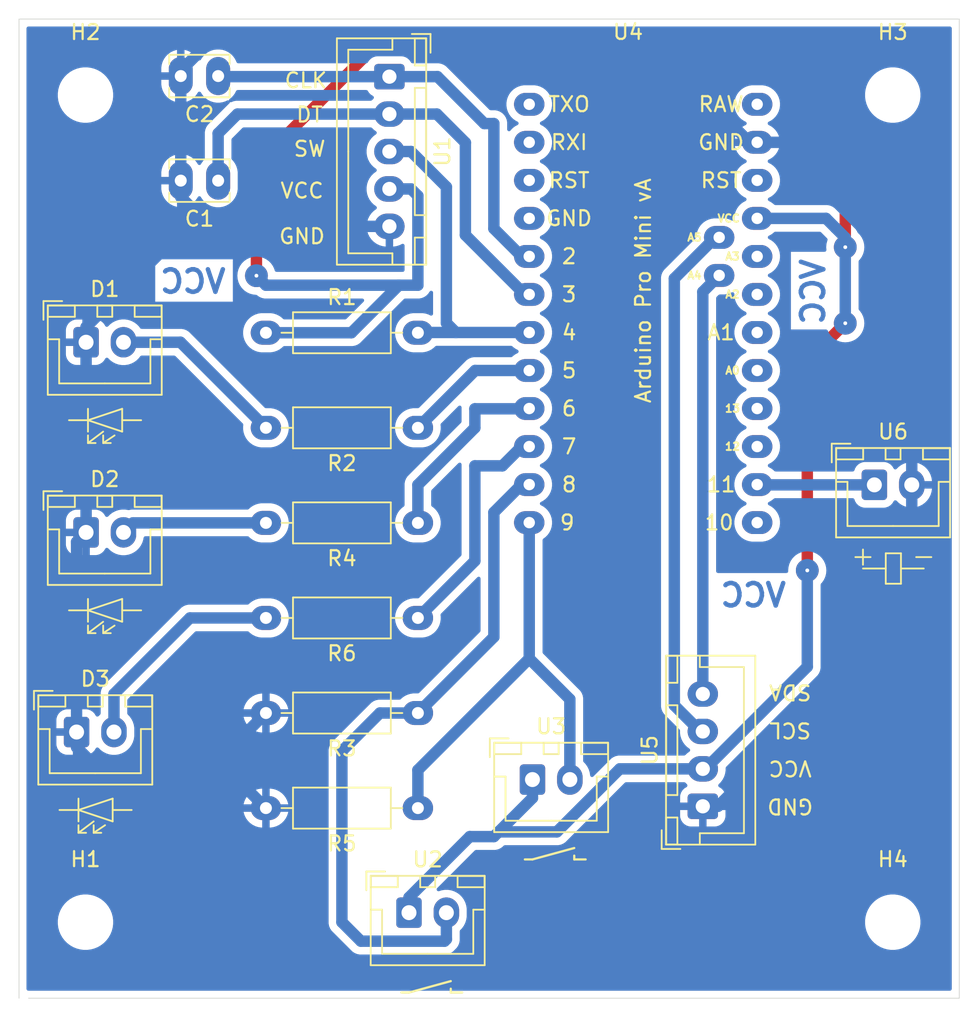
<source format=kicad_pcb>
(kicad_pcb (version 20240108) (generator "pcbnew") (generator_version "8.0")
  (layers (0 "F.Cu" signal) (31 "B.Cu" signal) (34 "B.Paste" user) (35 "F.Paste" user) (36 "B.SilkS" user "B.Silkscreen") (37 "F.SilkS" user "F.Silkscreen") (38 "B.Mask" user) (39 "F.Mask" user) (44 "Edge.Cuts" user))
  (net 0 "")
  (net 1 "Net-(U1-DT)")
  (net 2 "GND")
  (net 3 "Net-(U1-CLK)")
  (net 4 "Net-(D1-A)")
  (net 5 "Net-(D2-A)")
  (net 6 "Net-(D3-A)")
  (net 7 "Net-(U1-SW)")
  (net 8 "+5V")
  (net 9 "Net-(U2-NO)")
  (net 10 "Net-(U3-NO)")
  (net 13 "Net-(U4-5)")
  (net 14 "Net-(U4-6)")
  (net 15 "Net-(U4-7)")
  (net 17 "Net-(U4-A4)")
  (net 18 "Net-(U4-A5)")
  (net 29 "Net-(U4-11)")
  (footprint "My_Misc:R_Axial_DIN0207_L6.3mm_D2.5mm_P10.16mm_Horizontal_large" (layer "F.Cu") (at 116.205 118.745 180)
    (property "Reference" "R5" (at 5.08 -2.37 0) (layer "F.SilkS"))
    (property "Value" "10k")
    (pad "1" thru_hole oval (at 0 0 180) (size 2.032 1.6) (drill 0.8) (layers "*.Cu" "*.Mask") (net 10 "Net-(U3-NO)"))
    (pad "2" thru_hole oval (at 10.16 0 180) (size 2.032 1.6) (drill 0.8) (layers "*.Cu" "*.Mask") (net 2 "GND"))
  )
  (footprint "My_Misc:R_Axial_DIN0207_L6.3mm_D2.5mm_P10.16mm_Horizontal_large" (layer "F.Cu") (at 116.205 112.395 180)
    (property "Reference" "R3" (at 5.08 -2.37 0) (layer "F.SilkS"))
    (property "Value" "10k")
    (pad "1" thru_hole oval (at 0 0 180) (size 2.032 1.6) (drill 0.8) (layers "*.Cu" "*.Mask") (net 9 "Net-(U2-NO)"))
    (pad "2" thru_hole oval (at 10.16 0 180) (size 2.032 1.6) (drill 0.8) (layers "*.Cu" "*.Mask") (net 2 "GND"))
  )
  (footprint "MountingHole:MountingHole_3.2mm_M3" (layer "F.Cu") (at 147.955 126.365)
    (property "Reference" "H4" (at 0 -4.2 0) (layer "F.SilkS"))
    (property "Value" "MountingHole")
    (pad "" np_thru_hole circle (at 0 0) (size 3.2 3.2) (drill 3.2) (layers "*.Cu" "*.Mask"))
  )
  (footprint "My_Headers:2-pin JST LED" (layer "F.Cu") (at 93.385 113.665)
    (property "Reference" "D3" (at 1.25 -3.55 0) (layer "F.SilkS"))
    (property "Value" "LED")
    (pad "1" thru_hole roundrect (at 0 0) (size 1.7 2.032) (drill 1) (layers "*.Cu" "*.Mask") (roundrect_rratio 0.147059) (net 2 "GND"))
    (pad "2" thru_hole oval (at 2.5 0) (size 1.7 2.032) (drill 1) (layers "*.Cu" "*.Mask") (net 6 "Net-(D3-A)"))
  )
  (footprint "My_Misc:R_Axial_DIN0207_L6.3mm_D2.5mm_P10.16mm_Horizontal_large" (layer "F.Cu") (at 116.205 106.045 180)
    (property "Reference" "R6" (at 5.08 -2.37 0) (layer "F.SilkS"))
    (property "Value" "330R")
    (pad "1" thru_hole oval (at 0 0 180) (size 2.032 1.6) (drill 0.8) (layers "*.Cu" "*.Mask") (net 15 "Net-(U4-7)"))
    (pad "2" thru_hole oval (at 10.16 0 180) (size 2.032 1.6) (drill 0.8) (layers "*.Cu" "*.Mask") (net 6 "Net-(D3-A)"))
  )
  (footprint "My_Misc:R_Axial_DIN0207_L6.3mm_D2.5mm_P10.16mm_Horizontal_large" (layer "F.Cu") (at 116.205 99.695 180)
    (property "Reference" "R4" (at 5.08 -2.37 0) (layer "F.SilkS"))
    (property "Value" "330R")
    (pad "1" thru_hole oval (at 0 0 180) (size 2.032 1.6) (drill 0.8) (layers "*.Cu" "*.Mask") (net 14 "Net-(U4-6)"))
    (pad "2" thru_hole oval (at 10.16 0 180) (size 2.032 1.6) (drill 0.8) (layers "*.Cu" "*.Mask") (net 5 "Net-(D2-A)"))
  )
  (footprint "My_Headers:2-pin JST LED" (layer "F.Cu") (at 94.02 100.33)
    (property "Reference" "D2" (at 1.25 -3.55 0) (layer "F.SilkS"))
    (property "Value" "LED")
    (pad "1" thru_hole roundrect (at 0 0) (size 1.7 2.032) (drill 1) (layers "*.Cu" "*.Mask") (roundrect_rratio 0.147059) (net 2 "GND"))
    (pad "2" thru_hole oval (at 2.5 0) (size 1.7 2.032) (drill 1) (layers "*.Cu" "*.Mask") (net 5 "Net-(D2-A)"))
  )
  (footprint "My_Headers:2-pin JST Switch" (layer "F.Cu") (at 123.865 116.84)
    (property "Reference" "U3" (at 1.25 -3.55 0) (layer "F.SilkS"))
    (property "Value" "Switch")
    (pad "1" thru_hole roundrect (at 0 0) (size 1.7 2.032) (drill 1) (layers "*.Cu" "*.Mask") (roundrect_rratio 0.147059) (net 8 "+5V"))
    (pad "2" thru_hole oval (at 2.5 0) (size 1.7 2.032) (drill 1) (layers "*.Cu" "*.Mask") (net 10 "Net-(U3-NO)"))
  )
  (footprint "MountingHole:MountingHole_3.2mm_M3" (layer "F.Cu") (at 93.98 71.12)
    (property "Reference" "H2" (at 0 -4.2 0) (layer "F.SilkS"))
    (property "Value" "MountingHole")
    (pad "" np_thru_hole circle (at 0 0) (size 3.2 3.2) (drill 3.2) (layers "*.Cu" "*.Mask"))
  )
  (footprint "My_Headers:4-pin JST SSD1306 I2C OLED Display" (layer "F.Cu") (at 135.255 118.625 90)
    (property "Reference" "U5" (at 3.75 -3.55 90) (layer "F.SilkS"))
    (property "Value" "SSD1306_I2C_display")
    (fp_text user "VCC" (at 2.54 5.842 180) (layer "F.SilkS"))
    (fp_text user "SCL" (at 5.08 5.842 180) (layer "F.SilkS"))
    (fp_text user "GND" (at 0 5.842 180) (layer "F.SilkS"))
    (fp_text user "SDA" (at 7.62 5.842 180) (layer "F.SilkS"))
    (pad "1" thru_hole roundrect (at 0 0 90) (size 1.7 2.032) (drill 0.95) (layers "*.Cu" "*.Mask") (roundrect_rratio 0.147059) (net 2 "GND"))
    (pad "2" thru_hole oval (at 2.5 0 90) (size 1.7 2.032) (drill 0.95) (layers "*.Cu" "*.Mask") (net 8 "+5V"))
    (pad "3" thru_hole oval (at 5 0 90) (size 1.7 2.032) (drill 0.95) (layers "*.Cu" "*.Mask") (net 18 "Net-(U4-A5)"))
    (pad "4" thru_hole oval (at 7.5 0 90) (size 1.7 2.032) (drill 0.95) (layers "*.Cu" "*.Mask") (net 17 "Net-(U4-A4)"))
  )
  (footprint "My_Misc:R_Axial_DIN0207_L6.3mm_D2.5mm_P10.16mm_Horizontal_large" (layer "F.Cu") (at 116.205 93.345 180)
    (property "Reference" "R2" (at 5.08 -2.37 0) (layer "F.SilkS"))
    (property "Value" "330R")
    (pad "1" thru_hole oval (at 0 0 180) (size 2.032 1.6) (drill 0.8) (layers "*.Cu" "*.Mask") (net 13 "Net-(U4-5)"))
    (pad "2" thru_hole oval (at 10.16 0 180) (size 2.032 1.6) (drill 0.8) (layers "*.Cu" "*.Mask") (net 4 "Net-(D1-A)"))
  )
  (footprint "My_Misc:C_Disc_D3.8mm_W2.6mm_P2.50mm_large" (layer "F.Cu") (at 102.85 76.835 180)
    (property "Reference" "C1" (at 1.25 -2.55 0) (layer "F.SilkS"))
    (property "Value" "0.47u")
    (pad "1" thru_hole oval (at 0 0 180) (size 1.6 2.54) (drill 0.8) (layers "*.Cu" "*.Mask") (net 1 "Net-(U1-DT)"))
    (pad "2" thru_hole oval (at 2.5 0 180) (size 1.6 2.54) (drill 0.8) (layers "*.Cu" "*.Mask") (net 2 "GND"))
  )
  (footprint "MountingHole:MountingHole_3.2mm_M3" (layer "F.Cu") (at 93.98 126.365)
    (property "Reference" "H1" (at 0 -4.2 0) (layer "F.SilkS"))
    (property "Value" "MountingHole")
    (pad "" np_thru_hole circle (at 0 0) (size 3.2 3.2) (drill 3.2) (layers "*.Cu" "*.Mask"))
  )
  (footprint "MountingHole:MountingHole_3.2mm_M3" (layer "F.Cu") (at 147.955 71.12)
    (property "Reference" "H3" (at 0 -4.2 0) (layer "F.SilkS"))
    (property "Value" "MountingHole")
    (pad "" np_thru_hole circle (at 0 0) (size 3.2 3.2) (drill 3.2) (layers "*.Cu" "*.Mask"))
  )
  (footprint "My_Headers:2-pin JST Switch" (layer "F.Cu") (at 115.61 125.73)
    (property "Reference" "U2" (at 1.25 -3.55 0) (layer "F.SilkS"))
    (property "Value" "Switch")
    (pad "1" thru_hole roundrect (at 0 0) (size 1.7 2.032) (drill 1) (layers "*.Cu" "*.Mask") (roundrect_rratio 0.147059) (net 8 "+5V"))
    (pad "2" thru_hole oval (at 2.5 0) (size 1.7 2.032) (drill 1) (layers "*.Cu" "*.Mask") (net 9 "Net-(U2-NO)"))
  )
  (footprint "My_Headers:5-pin JST Rotary Encoder" (layer "F.Cu") (at 114.3 69.89 -90)
    (property "Reference" "U1" (at 5 -3.55 90) (layer "F.SilkS"))
    (property "Value" "KY-040_Rotary_Encoder")
    (fp_text user "CLK" (at 0.254 5.588 0) (layer "F.SilkS"))
    (fp_text user "GND" (at 10.668 5.842 0) (layer "F.SilkS"))
    (fp_text user "SW" (at 4.826 5.334 0) (layer "F.SilkS"))
    (fp_text user "DT" (at 2.54 5.334 0) (layer "F.SilkS"))
    (fp_text user "VCC" (at 7.62 5.842 0) (layer "F.SilkS"))
    (pad "1" thru_hole roundrect (at 0 0 270) (size 1.7 2.032) (drill 0.95) (layers "*.Cu" "*.Mask") (roundrect_rratio 0.147059) (net 3 "Net-(U1-CLK)"))
    (pad "2" thru_hole oval (at 2.5 0 270) (size 1.7 2.032) (drill 0.95) (layers "*.Cu" "*.Mask") (net 1 "Net-(U1-DT)"))
    (pad "3" thru_hole oval (at 5 0 270) (size 1.7 2.032) (drill 0.95) (layers "*.Cu" "*.Mask") (net 7 "Net-(U1-SW)"))
    (pad "4" thru_hole oval (at 7.5 0 270) (size 1.7 2.032) (drill 0.95) (layers "*.Cu" "*.Mask") (net 8 "+5V"))
    (pad "5" thru_hole oval (at 10 0 270) (size 1.7 2.032) (drill 0.95) (layers "*.Cu" "*.Mask") (net 2 "GND"))
  )
  (footprint "My_Misc:C_Disc_D3.8mm_W2.6mm_P2.50mm_large" (layer "F.Cu") (at 102.85 69.85 180)
    (property "Reference" "C2" (at 1.25 -2.55 0) (layer "F.SilkS"))
    (property "Value" "0.47u")
    (pad "1" thru_hole oval (at 0 0 180) (size 1.6 2.54) (drill 0.8) (layers "*.Cu" "*.Mask") (net 3 "Net-(U1-CLK)"))
    (pad "2" thru_hole oval (at 2.5 0 180) (size 1.6 2.54) (drill 0.8) (layers "*.Cu" "*.Mask") (net 2 "GND"))
  )
  (footprint "My_Misc:R_Axial_DIN0207_L6.3mm_D2.5mm_P10.16mm_Horizontal_large" (layer "F.Cu") (at 106.045 86.995)
    (property "Reference" "R1" (at 5.08 -2.37 0) (layer "F.SilkS"))
    (property "Value" "10k")
    (pad "1" thru_hole oval (at 0 0) (size 2.032 1.6) (drill 0.8) (layers "*.Cu" "*.Mask") (net 8 "+5V"))
    (pad "2" thru_hole oval (at 10.16 0) (size 2.032 1.6) (drill 0.8) (layers "*.Cu" "*.Mask") (net 7 "Net-(U1-SW)"))
  )
  (footprint "My_Headers:2-pin JST LED" (layer "F.Cu") (at 94.02 87.63)
    (property "Reference" "D1" (at 1.25 -3.55 0) (layer "F.SilkS"))
    (property "Value" "LED")
    (pad "1" thru_hole roundrect (at 0 0) (size 1.7 2.032) (drill 1) (layers "*.Cu" "*.Mask") (roundrect_rratio 0.147059) (net 2 "GND"))
    (pad "2" thru_hole oval (at 2.5 0) (size 1.7 2.032) (drill 1) (layers "*.Cu" "*.Mask") (net 4 "Net-(D1-A)"))
  )
  (footprint "My_Headers:2-pin JST SSR" (layer "F.Cu") (at 146.725 97.155)
    (property "Reference" "U6" (at 1.25 -3.55 0) (layer "F.SilkS"))
    (property "Value" "SSR_Relay")
    (pad "1" thru_hole roundrect (at 0 0) (size 1.7 2.032) (drill 1) (layers "*.Cu" "*.Mask") (roundrect_rratio 0.147059) (net 29 "Net-(U4-11)"))
    (pad "2" thru_hole oval (at 2.5 0) (size 1.7 2.032) (drill 1) (layers "*.Cu" "*.Mask") (net 2 "GND"))
  )
  (footprint "My_Arduino:Arduino_Pro_Mini_vA_sides_n_A4,A5_large" (layer "F.Cu") (at 123.65 71.737)
    (property "Reference" "U4" (at 6.604 -4.826 0) (layer "F.SilkS"))
    (property "Value" "Arduino_Mini_Pro")
    (fp_text user "RAW" (at 12.827 0 0) (layer "F.SilkS"))
    (fp_text user "A1" (at 12.827 15.24 0) (layer "F.SilkS"))
    (fp_text user "6" (at 2.667 20.32 0) (layer "F.SilkS"))
    (fp_text user "11" (at 12.827 25.4 0) (layer "F.SilkS"))
    (fp_text user "7" (at 2.667 22.86 0) (layer "F.SilkS"))
    (fp_text user "9" (at 2.54 27.94 0) (layer "F.SilkS"))
    (fp_text user "A3" (at 13.589 10.16 0) (layer "F.SilkS") (effects (font (size 0.508 0.508) (thickness 0.127))))
    (fp_text user "RST" (at 12.827 5.08 0) (layer "F.SilkS"))
    (fp_text user "GND" (at 2.667 7.62 0) (layer "F.SilkS"))
    (fp_text user "TXO" (at 2.667 0 0) (layer "F.SilkS"))
    (fp_text user "3" (at 2.667 12.7 0) (layer "F.SilkS"))
    (fp_text user "VCC" (at 13.335 7.62 0) (layer "F.SilkS") (effects (font (size 0.508 0.508) (thickness 0.127))))
    (fp_text user "GND" (at 12.827 2.54 0) (layer "F.SilkS"))
    (fp_text user "A4" (at 11.049 11.43 0) (layer "F.SilkS") (effects (font (size 0.508 0.508) (thickness 0.127))))
    (fp_text user "Arduino Pro Mini vA" (at 7.62 12.446 -90) (layer "F.SilkS"))
    (fp_text user "12" (at 13.589 22.86 0) (layer "F.SilkS") (effects (font (size 0.508 0.508) (thickness 0.127))))
    (fp_text user "A2" (at 13.589 12.7 0) (layer "F.SilkS") (effects (font (size 0.508 0.508) (thickness 0.127))))
    (fp_text user "4" (at 2.667 15.24 0) (layer "F.SilkS"))
    (fp_text user "A5" (at 11.049 8.89 0) (layer "F.SilkS") (effects (font (size 0.508 0.508) (thickness 0.127))))
    (fp_text user "2" (at 2.667 10.16 0) (layer "F.SilkS"))
    (fp_text user "5" (at 2.667 17.78 0) (layer "F.SilkS"))
    (fp_text user "RST" (at 2.667 5.08 0) (layer "F.SilkS"))
    (fp_text user "A0" (at 13.589 17.78 0) (layer "F.SilkS") (effects (font (size 0.508 0.508) (thickness 0.127))))
    (fp_text user "RXI" (at 2.667 2.54 0) (layer "F.SilkS"))
    (fp_text user "8" (at 2.667 25.4 0) (layer "F.SilkS"))
    (fp_text user "10" (at 12.7 27.94 0) (layer "F.SilkS"))
    (fp_text user "13" (at 13.589 20.32 0) (layer "F.SilkS") (effects (font (size 0.508 0.508) (thickness 0.127))))
    (pad "1" thru_hole oval (at 0 0) (size 2.032 1.524) (drill 0.762) (layers "*.Cu" "*.Mask"))
    (pad "2" thru_hole oval (at 0 2.54) (size 2.032 1.524) (drill 0.762) (layers "*.Cu" "*.Mask"))
    (pad "3" thru_hole oval (at 0 5.08) (size 2.032 1.524) (drill 0.762) (layers "*.Cu" "*.Mask"))
    (pad "4" thru_hole oval (at 0 7.62) (size 2.032 1.524) (drill 0.762) (layers "*.Cu" "*.Mask"))
    (pad "5" thru_hole oval (at 0 10.16) (size 2.032 1.524) (drill 0.762) (layers "*.Cu" "*.Mask") (net 3 "Net-(U1-CLK)"))
    (pad "6" thru_hole oval (at 0 12.7) (size 2.032 1.524) (drill 0.762) (layers "*.Cu" "*.Mask") (net 1 "Net-(U1-DT)"))
    (pad "7" thru_hole oval (at 0 15.24) (size 2.032 1.524) (drill 0.762) (layers "*.Cu" "*.Mask") (net 7 "Net-(U1-SW)"))
    (pad "8" thru_hole oval (at 0 17.78) (size 2.032 1.524) (drill 0.762) (layers "*.Cu" "*.Mask") (net 13 "Net-(U4-5)"))
    (pad "9" thru_hole oval (at 0 20.32) (size 2.032 1.524) (drill 0.762) (layers "*.Cu" "*.Mask") (net 14 "Net-(U4-6)"))
    (pad "10" thru_hole oval (at 0 22.86) (size 2.032 1.524) (drill 0.762) (layers "*.Cu" "*.Mask") (net 15 "Net-(U4-7)"))
    (pad "11" thru_hole oval (at 0 25.4) (size 2.032 1.524) (drill 0.762) (layers "*.Cu" "*.Mask") (net 9 "Net-(U2-NO)"))
    (pad "12" thru_hole oval (at 0 27.94) (size 2.032 1.524) (drill 0.762) (layers "*.Cu" "*.Mask") (net 10 "Net-(U3-NO)"))
    (pad "13" thru_hole oval (at 15.24 0) (size 2.032 1.524) (drill 0.762) (layers "*.Cu" "*.Mask"))
    (pad "14" thru_hole oval (at 15.24 2.54) (size 2.032 1.524) (drill 0.762) (layers "*.Cu" "*.Mask") (net 2 "GND"))
    (pad "15" thru_hole oval (at 15.24 5.08) (size 2.032 1.524) (drill 0.762) (layers "*.Cu" "*.Mask"))
    (pad "16" thru_hole oval (at 15.24 7.62) (size 2.032 1.524) (drill 0.762) (layers "*.Cu" "*.Mask") (net 8 "+5V"))
    (pad "17" thru_hole oval (at 15.24 10.16) (size 2.032 1.524) (drill 0.762) (layers "*.Cu" "*.Mask"))
    (pad "18" thru_hole oval (at 15.24 12.7) (size 2.032 1.524) (drill 0.762) (layers "*.Cu" "*.Mask"))
    (pad "19" thru_hole oval (at 15.24 15.24) (size 2.032 1.524) (drill 0.762) (layers "*.Cu" "*.Mask"))
    (pad "20" thru_hole oval (at 15.24 17.78) (size 2.032 1.524) (drill 0.762) (layers "*.Cu" "*.Mask"))
    (pad "21" thru_hole oval (at 15.24 20.32) (size 2.032 1.524) (drill 0.762) (layers "*.Cu" "*.Mask"))
    (pad "22" thru_hole oval (at 15.24 22.86) (size 2.032 1.524) (drill 0.762) (layers "*.Cu" "*.Mask"))
    (pad "23" thru_hole oval (at 15.24 25.4) (size 2.032 1.524) (drill 0.762) (layers "*.Cu" "*.Mask") (net 29 "Net-(U4-11)"))
    (pad "24" thru_hole oval (at 15.24 27.94) (size 2.032 1.524) (drill 0.762) (layers "*.Cu" "*.Mask"))
    (pad "25" thru_hole oval (at 12.7 11.43) (size 2.032 1.524) (drill 0.762) (layers "*.Cu" "*.Mask") (net 17 "Net-(U4-A4)"))
    (pad "26" thru_hole oval (at 12.7 8.89) (size 2.032 1.524) (drill 0.762) (layers "*.Cu" "*.Mask") (net 18 "Net-(U4-A5)"))
  )
  (gr_line (start 89.535 66.04) (end 152.4 66.04) (stroke (width 0.05)) (layer "Edge.Cuts"))
  (gr_line (start 152.4 131.445) (end 152.4 66.04) (stroke (width 0.05)) (layer "Edge.Cuts"))
  (gr_line (start 89.535 131.445) (end 89.535 66.04) (stroke (width 0.05)) (layer "Edge.Cuts"))
  (gr_line (start 152.4 131.445) (end 90.17 131.445) (stroke (width 0.05)) (layer "Edge.Cuts"))
  (gr_text "VCC" (at 143.51 81.915 90) (layer "B.Cu") (effects (font (size 1.5 1.5) (thickness 0.3) (bold yes)) (justify left bottom mirror)))
  (gr_text "VCC" (at 140.97 105.41 0) (layer "B.Cu") (effects (font (size 1.5 1.5) (thickness 0.3) (bold yes)) (justify left bottom mirror)))
  (gr_text "VCC" (at 103.505 84.455 0) (layer "B.Cu") (effects (font (size 1.5 1.5) (thickness 0.3) (bold yes)) (justify left bottom mirror)))
  (segment (start 119.38 80.469867) (end 119.38 74.295) (width 0.762) (layer "B.Cu") (net 1))
  (segment (start 119.38 74.295) (end 117.475 72.39) (width 0.762) (layer "B.Cu") (net 1))
  (segment (start 102.85 73.68) (end 102.85 76.835) (width 0.762) (layer "B.Cu") (net 1))
  (segment (start 104.14 72.39) (end 102.85 73.68) (width 0.762) (layer "B.Cu") (net 1))
  (segment (start 114.3 72.39) (end 104.14 72.39) (width 0.762) (layer "B.Cu") (net 1))
  (segment (start 123.347133 84.437) (end 119.38 80.469867) (width 0.762) (layer "B.Cu") (net 1))
  (segment (start 123.65 84.437) (end 123.347133 84.437) (width 0.762) (layer "B.Cu") (net 1))
  (segment (start 117.475 72.39) (end 114.3 72.39) (width 0.762) (layer "B.Cu") (net 1))
  (segment (start 94.02 87.63) (end 94.02 86.614) (width 0.762) (layer "B.Cu") (net 2))
  (segment (start 94.02 86.614) (end 100.744 79.89) (width 0.762) (layer "B.Cu") (net 2))
  (segment (start 149.225 97.155) (end 149.225 79.229133) (width 0.762) (layer "B.Cu") (net 2))
  (segment (start 93.385 114.681) (end 93.385 113.665) (width 0.762) (layer "B.Cu") (net 2))
  (segment (start 96.52 116.205) (end 94.909 116.205) (width 0.762) (layer "B.Cu") (net 2))
  (segment (start 100.35 69.491393) (end 100.35 69.85) (width 0.762) (layer "B.Cu") (net 2))
  (segment (start 102.150393 67.691) (end 100.35 69.491393) (width 0.762) (layer "B.Cu") (net 2))
  (segment (start 131.796 67.691) (end 102.150393 67.691) (width 0.762) (layer "B.Cu") (net 2))
  (segment (start 100.35 76.835) (end 100.35 69.85) (width 0.762) (layer "B.Cu") (net 2))
  (segment (start 149.225 105.671) (end 149.225 97.155) (width 0.762) (layer "B.Cu") (net 2))
  (segment (start 102.87 115.57) (end 97.155 115.57) (width 0.762) (layer "B.Cu") (net 2))
  (segment (start 100.35 77.927) (end 100.35 76.835) (width 0.762) (layer "B.Cu") (net 2))
  (segment (start 138.89 74.277) (end 138.382 74.277) (width 0.762) (layer "B.Cu") (net 2))
  (segment (start 114.3 79.89) (end 102.313 79.89) (width 0.762) (layer "B.Cu") (net 2))
  (segment (start 136.271 118.625) (end 149.225 105.671) (width 0.762) (layer "B.Cu") (net 2))
  (segment (start 138.382 74.277) (end 131.796 67.691) (width 0.762) (layer "B.Cu") (net 2))
  (segment (start 93.385 100.965) (end 94.02 100.33) (width 0.762) (layer "B.Cu") (net 2))
  (segment (start 149.225 79.229133) (end 144.272867 74.277) (width 0.762) (layer "B.Cu") (net 2))
  (segment (start 135.255 118.625) (end 136.271 118.625) (width 0.762) (layer "B.Cu") (net 2))
  (segment (start 106.045 118.745) (end 102.87 115.57) (width 0.762) (layer "B.Cu") (net 2))
  (segment (start 100.744 79.89) (end 102.313 79.89) (width 0.762) (layer "B.Cu") (net 2))
  (segment (start 93.385 113.665) (end 93.385 100.965) (width 0.762) (layer "B.Cu") (net 2))
  (segment (start 106.045 112.395) (end 102.87 115.57) (width 0.762) (layer "B.Cu") (net 2))
  (segment (start 94.02 100.33) (end 94.02 87.63) (width 0.762) (layer "B.Cu") (net 2))
  (segment (start 97.155 115.57) (end 96.52 116.205) (width 0.762) (layer "B.Cu") (net 2))
  (segment (start 144.272867 74.277) (end 138.89 74.277) (width 0.762) (layer "B.Cu") (net 2))
  (segment (start 102.313 79.89) (end 100.35 77.927) (width 0.762) (layer "B.Cu") (net 2))
  (segment (start 94.909 116.205) (end 93.385 114.681) (width 0.762) (layer "B.Cu") (net 2))
  (segment (start 121.285 73.025) (end 120.65 73.025) (width 0.762) (layer "B.Cu") (net 3))
  (segment (start 120.65 73.025) (end 117.515 69.89) (width 0.762) (layer "B.Cu") (net 3))
  (segment (start 123.65 81.897) (end 123.142 81.897) (width 0.762) (layer "B.Cu") (net 3))
  (segment (start 117.515 69.89) (end 114.3 69.89) (width 0.762) (layer "B.Cu") (net 3))
  (segment (start 102.89 69.89) (end 102.85 69.85) (width 0.762) (layer "B.Cu") (net 3))
  (segment (start 114.3 69.89) (end 102.89 69.89) (width 0.762) (layer "B.Cu") (net 3))
  (segment (start 123.142 81.897) (end 121.285 80.04) (width 0.762) (layer "B.Cu") (net 3))
  (segment (start 121.285 80.04) (end 121.285 73.025) (width 0.762) (layer "B.Cu") (net 3))
  (segment (start 96.52 87.63) (end 100.33 87.63) (width 0.762) (layer "B.Cu") (net 4))
  (segment (start 100.33 87.63) (end 106.045 93.345) (width 0.762) (layer "B.Cu") (net 4))
  (segment (start 96.52 100.33) (end 97.155 99.695) (width 0.762) (layer "B.Cu") (net 5))
  (segment (start 97.155 99.695) (end 106.045 99.695) (width 0.762) (layer "B.Cu") (net 5))
  (segment (start 95.885 113.665) (end 95.885 111.125) (width 0.762) (layer "B.Cu") (net 6))
  (segment (start 100.965 106.045) (end 106.045 106.045) (width 0.762) (layer "B.Cu") (net 6))
  (segment (start 95.885 111.125) (end 100.965 106.045) (width 0.762) (layer "B.Cu") (net 6))
  (segment (start 123.65 86.977) (end 118.745 86.977) (width 0.762) (layer "B.Cu") (net 7))
  (segment (start 118.11 86.342) (end 118.745 86.977) (width 0.762) (layer "B.Cu") (net 7))
  (segment (start 118.11 77.254) (end 118.11 86.342) (width 0.762) (layer "B.Cu") (net 7))
  (segment (start 118.745 86.977) (end 116.223 86.977) (width 0.762) (layer "B.Cu") (net 7))
  (segment (start 114.3 74.89) (end 115.746 74.89) (width 0.762) (layer "B.Cu") (net 7))
  (segment (start 116.223 86.977) (end 116.205 86.995) (width 0.762) (layer "B.Cu") (net 7))
  (segment (start 115.746 74.89) (end 118.11 77.254) (width 0.762) (layer "B.Cu") (net 7))
  (segment (start 113.896284 67.31) (end 105.41 75.796284) (width 0.762) (layer "F.Cu") (net 8))
  (segment (start 142.24 88.9) (end 144.78 86.36) (width 0.762) (layer "F.Cu") (net 8))
  (segment (start 142.24 102.87) (end 142.24 88.9) (width 0.762) (layer "F.Cu") (net 8))
  (segment (start 105.41 75.796284) (end 105.41 83.185) (width 0.762) (layer "F.Cu") (net 8))
  (segment (start 144.78 81.28) (end 144.78 74.784133) (width 0.762) (layer "F.Cu") (net 8))
  (segment (start 144.78 74.784133) (end 137.305867 67.31) (width 0.762) (layer "F.Cu") (net 8))
  (segment (start 137.305867 67.31) (end 113.896284 67.31) (width 0.762) (layer "F.Cu") (net 8))
  (via (at 142.24 102.87) (size 1.524) (drill 0.254) (layers "F.Cu" "B.Cu") (net 8))
  (via (at 144.78 86.36) (size 1.524) (drill 0.254) (layers "F.Cu" "B.Cu") (net 8))
  (via (at 105.41 83.185) (size 1.524) (drill 0.254) (layers "F.Cu" "B.Cu") (net 8))
  (via (at 144.78 81.28) (size 1.524) (drill 0.254) (layers "F.Cu" "B.Cu") (net 8))
  (segment (start 115.746 77.39) (end 116.205 77.849) (width 0.762) (layer "B.Cu") (net 8))
  (segment (start 116.205 83.82) (end 114.935 83.82) (width 0.762) (layer "B.Cu") (net 8))
  (segment (start 121.285 120.65) (end 121.6025 120.3325) (width 0.762) (layer "B.Cu") (net 8))
  (segment (start 138.89 79.357) (end 143.492 79.357) (width 0.762) (layer "B.Cu") (net 8))
  (segment (start 135.421 116.125) (end 142.24 109.306) (width 0.762) (layer "B.Cu") (net 8))
  (segment (start 115.61 125.73) (end 115.61 124.714) (width 0.762) (layer "B.Cu") (net 8))
  (segment (start 114.3 77.39) (end 115.746 77.39) (width 0.762) (layer "B.Cu") (net 8))
  (segment (start 114.935 83.82) (end 106.045 83.82) (width 0.762) (layer "B.Cu") (net 8))
  (segment (start 116.205 77.849) (end 116.205 83.82) (width 0.762) (layer "B.Cu") (net 8))
  (segment (start 144.145 80.01) (end 144.78 80.645) (width 0.762) (layer "B.Cu") (net 8))
  (segment (start 142.24 109.306) (end 142.24 102.87) (width 0.762) (layer "B.Cu") (net 8))
  (segment (start 114.935 83.82) (end 111.76 86.995) (width 0.762) (layer "B.Cu") (net 8))
  (segment (start 135.255 116.125) (end 135.421 116.125) (width 0.762) (layer "B.Cu") (net 8))
  (segment (start 143.492 79.357) (end 144.145 80.01) (width 0.762) (layer "B.Cu") (net 8))
  (segment (start 111.76 86.995) (end 106.045 86.995) (width 0.762) (layer "B.Cu") (net 8))
  (segment (start 106.045 83.82) (end 105.41 83.185) (width 0.762) (layer "B.Cu") (net 8))
  (segment (start 129.705317 116.125) (end 125.497817 120.3325) (width 0.762) (layer "B.Cu") (net 8))
  (segment (start 119.674 120.65) (end 121.285 120.65) (width 0.762) (layer "B.Cu") (net 8))
  (segment (start 123.865 118.07) (end 123.865 116.84) (width 0.762) (layer "B.Cu") (net 8))
  (segment (start 115.61 124.714) (end 119.674 120.65) (width 0.762) (layer "B.Cu") (net 8))
  (segment (start 144.78 81.28) (end 144.78 86.36) (width 0.762) (layer "B.Cu") (net 8))
  (segment (start 144.78 80.645) (end 144.78 81.28) (width 0.762) (layer "B.Cu") (net 8))
  (segment (start 125.497817 120.3325) (end 121.6025 120.3325) (width 0.762) (layer "B.Cu") (net 8))
  (segment (start 121.6025 120.3325) (end 123.865 118.07) (width 0.762) (layer "B.Cu") (net 8))
  (segment (start 135.255 116.125) (end 129.705317 116.125) (width 0.762) (layer "B.Cu") (net 8))
  (segment (start 111.125 126.365) (end 111.125 114.935) (width 0.762) (layer "B.Cu") (net 9))
  (segment (start 112.395 127.635) (end 111.125 126.365) (width 0.762) (layer "B.Cu") (net 9))
  (segment (start 111.125 114.935) (end 113.665 112.395) (width 0.762) (layer "B.Cu") (net 9))
  (segment (start 117.983 127.635) (end 112.395 127.635) (width 0.762) (layer "B.Cu") (net 9))
  (segment (start 118.11 125.73) (end 118.11 127.508) (width 0.762) (layer "B.Cu") (net 9))
  (segment (start 113.665 112.395) (end 116.205 112.395) (width 0.762) (layer "B.Cu") (net 9))
  (segment (start 123.142 97.137) (end 121.285 98.994) (width 0.762) (layer "B.Cu") (net 9))
  (segment (start 121.285 107.315) (end 116.205 112.395) (width 0.762) (layer "B.Cu") (net 9))
  (segment (start 118.11 127.508) (end 117.983 127.635) (width 0.762) (layer "B.Cu") (net 9))
  (segment (start 121.285 98.994) (end 121.285 107.315) (width 0.762) (layer "B.Cu") (net 9))
  (segment (start 123.65 97.137) (end 123.142 97.137) (width 0.762) (layer "B.Cu") (net 9))
  (segment (start 126.365 116.84) (end 126.365 111.475) (width 0.762) (layer "B.Cu") (net 10))
  (segment (start 123.65 108.76) (end 116.205 116.205) (width 0.762) (layer "B.Cu") (net 10))
  (segment (start 116.205 116.205) (end 116.205 118.745) (width 0.762) (layer "B.Cu") (net 10))
  (segment (start 126.365 111.475) (end 123.65 108.76) (width 0.762) (layer "B.Cu") (net 10))
  (segment (start 123.65 99.677) (end 123.65 108.76) (width 0.762) (layer "B.Cu") (net 10))
  (segment (start 123.65 89.517) (end 120.033 89.517) (width 0.762) (layer "B.Cu") (net 13))
  (segment (start 120.033 89.517) (end 116.205 93.345) (width 0.762) (layer "B.Cu") (net 13))
  (segment (start 123.65 92.057) (end 123.142 92.057) (width 0.762) (layer "B.Cu") (net 14))
  (segment (start 116.205 97.155) (end 116.205 99.695) (width 0.762) (layer "B.Cu") (net 14))
  (segment (start 120.015 92.075) (end 120.015 93.345) (width 0.762) (layer "B.Cu") (net 14))
  (segment (start 123.142 92.057) (end 123.124 92.075) (width 0.762) (layer "B.Cu") (net 14))
  (segment (start 120.015 93.345) (end 116.205 97.155) (width 0.762) (layer "B.Cu") (net 14))
  (segment (start 123.124 92.075) (end 120.015 92.075) (width 0.762) (layer "B.Cu") (net 14))
  (segment (start 120.015 95.885) (end 120.015 102.235) (width 0.762) (layer "B.Cu") (net 15))
  (segment (start 123.65 94.597) (end 123.142 94.597) (width 0.762) (layer "B.Cu") (net 15))
  (segment (start 120.015 102.235) (end 116.205 106.045) (width 0.762) (layer "B.Cu") (net 15))
  (segment (start 121.854 95.885) (end 120.015 95.885) (width 0.762) (layer "B.Cu") (net 15))
  (segment (start 123.142 94.597) (end 121.854 95.885) (width 0.762) (layer "B.Cu") (net 15))
  (segment (start 135.255 84.262) (end 136.35 83.167) (width 0.762) (layer "B.Cu") (net 17))
  (segment (start 135.255 111.125) (end 135.255 84.262) (width 0.762) (layer "B.Cu") (net 17))
  (segment (start 135.089 113.625) (end 133.35 111.886) (width 0.762) (layer "B.Cu") (net 18))
  (segment (start 136.096 80.627) (end 136.35 80.627) (width 0.762) (layer "B.Cu") (net 18))
  (segment (start 133.35 83.373) (end 136.096 80.627) (width 0.762) (layer "B.Cu") (net 18))
  (segment (start 135.255 113.625) (end 135.089 113.625) (width 0.762) (layer "B.Cu") (net 18))
  (segment (start 133.35 111.886) (end 133.35 83.373) (width 0.762) (layer "B.Cu") (net 18))
  (segment (start 138.908 97.155) (end 138.89 97.137) (width 0.762) (layer "B.Cu") (net 29))
  (segment (start 146.725 97.155) (end 138.908 97.155) (width 0.762) (layer "B.Cu") (net 29))
  (zone (net 2) (net_name "GND") (layer "B.Cu") (connect_pads (clearance 0.5)) (min_thickness 0.25) (fill yes (thermal_gap 0.5) (thermal_bridge_width 0.5))
    (polygon (pts (xy 88.265 64.77) (xy 153.67 64.77) (xy 153.67 132.715) (xy 88.265 132.715)))
  )
)
</source>
